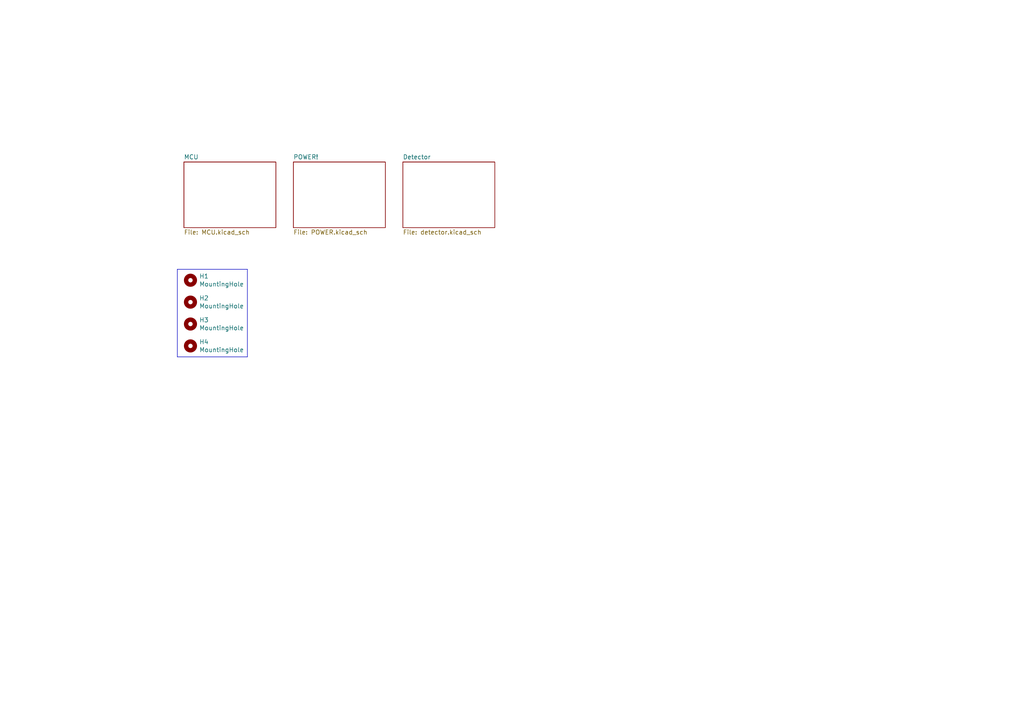
<source format=kicad_sch>
(kicad_sch
	(version 20231120)
	(generator "eeschema")
	(generator_version "8.0")
	(uuid "5adc7d12-1898-43fb-9083-4a4302dbde17")
	(paper "A4")
	(lib_symbols
		(symbol "Mechanical:MountingHole"
			(pin_names
				(offset 1.016)
			)
			(exclude_from_sim no)
			(in_bom yes)
			(on_board yes)
			(property "Reference" "H"
				(at 0 5.08 0)
				(effects
					(font
						(size 1.27 1.27)
					)
				)
			)
			(property "Value" "MountingHole"
				(at 0 3.175 0)
				(effects
					(font
						(size 1.27 1.27)
					)
				)
			)
			(property "Footprint" ""
				(at 0 0 0)
				(effects
					(font
						(size 1.27 1.27)
					)
					(hide yes)
				)
			)
			(property "Datasheet" "~"
				(at 0 0 0)
				(effects
					(font
						(size 1.27 1.27)
					)
					(hide yes)
				)
			)
			(property "Description" "Mounting Hole without connection"
				(at 0 0 0)
				(effects
					(font
						(size 1.27 1.27)
					)
					(hide yes)
				)
			)
			(property "ki_keywords" "mounting hole"
				(at 0 0 0)
				(effects
					(font
						(size 1.27 1.27)
					)
					(hide yes)
				)
			)
			(property "ki_fp_filters" "MountingHole*"
				(at 0 0 0)
				(effects
					(font
						(size 1.27 1.27)
					)
					(hide yes)
				)
			)
			(symbol "MountingHole_0_1"
				(circle
					(center 0 0)
					(radius 1.27)
					(stroke
						(width 1.27)
						(type default)
					)
					(fill
						(type none)
					)
				)
			)
		)
	)
	(polyline
		(pts
			(xy 71.755 78.105) (xy 51.435 78.105)
		)
		(stroke
			(width 0)
			(type default)
		)
		(uuid "152d9549-83f5-466a-9138-7c59f059f48a")
	)
	(polyline
		(pts
			(xy 71.755 103.505) (xy 71.755 78.105)
		)
		(stroke
			(width 0)
			(type default)
		)
		(uuid "16ef652e-a7df-40d0-ae74-5a01b7140ffd")
	)
	(polyline
		(pts
			(xy 51.435 103.505) (xy 71.755 103.505)
		)
		(stroke
			(width 0)
			(type default)
		)
		(uuid "4bfdf450-365f-4f7a-b52d-61be76dc9c78")
	)
	(polyline
		(pts
			(xy 51.435 78.105) (xy 51.435 103.505)
		)
		(stroke
			(width 0)
			(type default)
		)
		(uuid "9ed6a41b-49c4-4099-b619-fdbbdecd92b5")
	)
	(symbol
		(lib_id "Mechanical:MountingHole")
		(at 55.245 81.28 0)
		(unit 1)
		(exclude_from_sim no)
		(in_bom yes)
		(on_board yes)
		(dnp no)
		(uuid "308b010c-d087-40f5-b8c9-79dec0b25aa8")
		(property "Reference" "H1"
			(at 57.785 80.1116 0)
			(effects
				(font
					(size 1.27 1.27)
				)
				(justify left)
			)
		)
		(property "Value" "MountingHole"
			(at 57.785 82.423 0)
			(effects
				(font
					(size 1.27 1.27)
				)
				(justify left)
			)
		)
		(property "Footprint" "MountingHole:MountingHole_3.2mm_M3"
			(at 55.245 81.28 0)
			(effects
				(font
					(size 1.27 1.27)
				)
				(hide yes)
			)
		)
		(property "Datasheet" "~"
			(at 55.245 81.28 0)
			(effects
				(font
					(size 1.27 1.27)
				)
				(hide yes)
			)
		)
		(property "Description" ""
			(at 55.245 81.28 0)
			(effects
				(font
					(size 1.27 1.27)
				)
				(hide yes)
			)
		)
		(instances
			(project "motherBoard_AD8318"
				(path "/5adc7d12-1898-43fb-9083-4a4302dbde17"
					(reference "H1")
					(unit 1)
				)
			)
		)
	)
	(symbol
		(lib_id "Mechanical:MountingHole")
		(at 55.245 100.33 0)
		(unit 1)
		(exclude_from_sim no)
		(in_bom yes)
		(on_board yes)
		(dnp no)
		(uuid "4a2d404a-1bd3-403e-a36e-520c93caa611")
		(property "Reference" "H4"
			(at 57.785 99.1616 0)
			(effects
				(font
					(size 1.27 1.27)
				)
				(justify left)
			)
		)
		(property "Value" "MountingHole"
			(at 57.785 101.473 0)
			(effects
				(font
					(size 1.27 1.27)
				)
				(justify left)
			)
		)
		(property "Footprint" "MountingHole:MountingHole_3.2mm_M3"
			(at 55.245 100.33 0)
			(effects
				(font
					(size 1.27 1.27)
				)
				(hide yes)
			)
		)
		(property "Datasheet" "~"
			(at 55.245 100.33 0)
			(effects
				(font
					(size 1.27 1.27)
				)
				(hide yes)
			)
		)
		(property "Description" ""
			(at 55.245 100.33 0)
			(effects
				(font
					(size 1.27 1.27)
				)
				(hide yes)
			)
		)
		(instances
			(project "motherBoard_AD8318"
				(path "/5adc7d12-1898-43fb-9083-4a4302dbde17"
					(reference "H4")
					(unit 1)
				)
			)
		)
	)
	(symbol
		(lib_id "Mechanical:MountingHole")
		(at 55.245 93.98 0)
		(unit 1)
		(exclude_from_sim no)
		(in_bom yes)
		(on_board yes)
		(dnp no)
		(uuid "6022ffed-2f37-4349-9e41-1f2025dcd378")
		(property "Reference" "H3"
			(at 57.785 92.8116 0)
			(effects
				(font
					(size 1.27 1.27)
				)
				(justify left)
			)
		)
		(property "Value" "MountingHole"
			(at 57.785 95.123 0)
			(effects
				(font
					(size 1.27 1.27)
				)
				(justify left)
			)
		)
		(property "Footprint" "MountingHole:MountingHole_3.2mm_M3"
			(at 55.245 93.98 0)
			(effects
				(font
					(size 1.27 1.27)
				)
				(hide yes)
			)
		)
		(property "Datasheet" "~"
			(at 55.245 93.98 0)
			(effects
				(font
					(size 1.27 1.27)
				)
				(hide yes)
			)
		)
		(property "Description" ""
			(at 55.245 93.98 0)
			(effects
				(font
					(size 1.27 1.27)
				)
				(hide yes)
			)
		)
		(instances
			(project "motherBoard_AD8318"
				(path "/5adc7d12-1898-43fb-9083-4a4302dbde17"
					(reference "H3")
					(unit 1)
				)
			)
		)
	)
	(symbol
		(lib_id "Mechanical:MountingHole")
		(at 55.245 87.63 0)
		(unit 1)
		(exclude_from_sim no)
		(in_bom yes)
		(on_board yes)
		(dnp no)
		(uuid "8c790803-78c3-4dc5-9a1a-da63e0f6fd73")
		(property "Reference" "H2"
			(at 57.785 86.4616 0)
			(effects
				(font
					(size 1.27 1.27)
				)
				(justify left)
			)
		)
		(property "Value" "MountingHole"
			(at 57.785 88.773 0)
			(effects
				(font
					(size 1.27 1.27)
				)
				(justify left)
			)
		)
		(property "Footprint" "MountingHole:MountingHole_3.2mm_M3"
			(at 55.245 87.63 0)
			(effects
				(font
					(size 1.27 1.27)
				)
				(hide yes)
			)
		)
		(property "Datasheet" "~"
			(at 55.245 87.63 0)
			(effects
				(font
					(size 1.27 1.27)
				)
				(hide yes)
			)
		)
		(property "Description" ""
			(at 55.245 87.63 0)
			(effects
				(font
					(size 1.27 1.27)
				)
				(hide yes)
			)
		)
		(instances
			(project "motherBoard_AD8318"
				(path "/5adc7d12-1898-43fb-9083-4a4302dbde17"
					(reference "H2")
					(unit 1)
				)
			)
		)
	)
	(sheet
		(at 85.09 46.99)
		(size 26.67 19.05)
		(fields_autoplaced yes)
		(stroke
			(width 0.1524)
			(type solid)
		)
		(fill
			(color 0 0 0 0.0000)
		)
		(uuid "35dd0d13-02c6-40de-8b83-26b475aabd0f")
		(property "Sheetname" "POWER!"
			(at 85.09 46.2784 0)
			(effects
				(font
					(size 1.27 1.27)
				)
				(justify left bottom)
			)
		)
		(property "Sheetfile" "POWER.kicad_sch"
			(at 85.09 66.6246 0)
			(effects
				(font
					(size 1.27 1.27)
				)
				(justify left top)
			)
		)
		(instances
			(project "motherBoard_AD8318"
				(path "/5adc7d12-1898-43fb-9083-4a4302dbde17"
					(page "4")
				)
			)
		)
	)
	(sheet
		(at 116.84 46.99)
		(size 26.67 19.05)
		(fields_autoplaced yes)
		(stroke
			(width 0.1524)
			(type solid)
		)
		(fill
			(color 0 0 0 0.0000)
		)
		(uuid "c34e89da-f392-4043-a48c-2c832eba8ec2")
		(property "Sheetname" "Detector"
			(at 116.84 46.2784 0)
			(effects
				(font
					(size 1.27 1.27)
				)
				(justify left bottom)
			)
		)
		(property "Sheetfile" "detector.kicad_sch"
			(at 116.84 66.6246 0)
			(effects
				(font
					(size 1.27 1.27)
				)
				(justify left top)
			)
		)
		(instances
			(project "motherBoard_AD8318"
				(path "/5adc7d12-1898-43fb-9083-4a4302dbde17"
					(page "2")
				)
			)
		)
	)
	(sheet
		(at 53.34 46.99)
		(size 26.67 19.05)
		(fields_autoplaced yes)
		(stroke
			(width 0.1524)
			(type solid)
		)
		(fill
			(color 0 0 0 0.0000)
		)
		(uuid "ce8cc33c-4fa8-471b-bec0-ba9e9c57a09d")
		(property "Sheetname" "MCU"
			(at 53.34 46.2784 0)
			(effects
				(font
					(size 1.27 1.27)
				)
				(justify left bottom)
			)
		)
		(property "Sheetfile" "MCU.kicad_sch"
			(at 53.34 66.6246 0)
			(effects
				(font
					(size 1.27 1.27)
				)
				(justify left top)
			)
		)
		(instances
			(project "motherBoard_AD8318"
				(path "/5adc7d12-1898-43fb-9083-4a4302dbde17"
					(page "3")
				)
			)
		)
	)
	(sheet_instances
		(path "/"
			(page "1")
		)
	)
)
</source>
